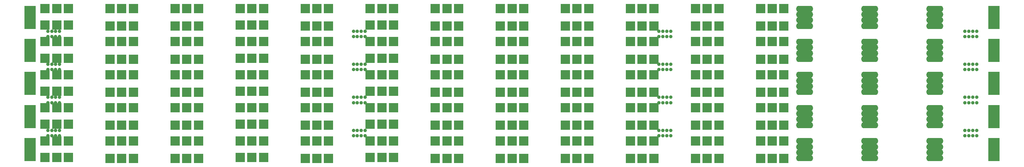
<source format=gbr>
G04 #@! TF.GenerationSoftware,KiCad,Pcbnew,(5.1.0-0)*
G04 #@! TF.CreationDate,2019-04-23T10:55:05-07:00*
G04 #@! TF.ProjectId,TestPanel2,54657374-5061-46e6-956c-322e6b696361,rev?*
G04 #@! TF.SameCoordinates,Original*
G04 #@! TF.FileFunction,Soldermask,Bot*
G04 #@! TF.FilePolarity,Negative*
%FSLAX46Y46*%
G04 Gerber Fmt 4.6, Leading zero omitted, Abs format (unit mm)*
G04 Created by KiCad (PCBNEW (5.1.0-0)) date 2019-04-23 10:55:05*
%MOMM*%
%LPD*%
G04 APERTURE LIST*
%ADD10C,0.900000*%
%ADD11R,2.400000X2.400000*%
%ADD12O,4.400000X1.600000*%
%ADD13R,2.900000X1.600000*%
G04 APERTURE END LIST*
D10*
X319450592Y-79565091D03*
X320450592Y-79565091D03*
X318450592Y-79565091D03*
X317450592Y-79565091D03*
X317450592Y-105065182D03*
X318450592Y-105065182D03*
X320450592Y-105065182D03*
X319450592Y-105065182D03*
X317450592Y-88065182D03*
X318450592Y-88065182D03*
X320450592Y-88065182D03*
X319450592Y-88065182D03*
X319450592Y-86665182D03*
X320450592Y-86665182D03*
X318450592Y-86665182D03*
X317450592Y-86665182D03*
X319450592Y-103665182D03*
X320450592Y-103665182D03*
X318450592Y-103665182D03*
X317450592Y-103665182D03*
X317450592Y-78165091D03*
X318450592Y-78165091D03*
X320450592Y-78165091D03*
X319450592Y-78165091D03*
X317450592Y-96565182D03*
X318450592Y-96565182D03*
X320450592Y-96565182D03*
X319450592Y-96565182D03*
X319450592Y-95165182D03*
X320450592Y-95165182D03*
X318450592Y-95165182D03*
X317450592Y-95165182D03*
X241050592Y-79565091D03*
X242050592Y-79565091D03*
X240050592Y-79565091D03*
X239050592Y-79565091D03*
X239050592Y-105065182D03*
X240050592Y-105065182D03*
X242050592Y-105065182D03*
X241050592Y-105065182D03*
X239050592Y-88065182D03*
X240050592Y-88065182D03*
X242050592Y-88065182D03*
X241050592Y-88065182D03*
X241050592Y-86665182D03*
X242050592Y-86665182D03*
X240050592Y-86665182D03*
X239050592Y-86665182D03*
X241050592Y-103665182D03*
X242050592Y-103665182D03*
X240050592Y-103665182D03*
X239050592Y-103665182D03*
X239050592Y-78165091D03*
X240050592Y-78165091D03*
X242050592Y-78165091D03*
X241050592Y-78165091D03*
X239050592Y-96565182D03*
X240050592Y-96565182D03*
X242050592Y-96565182D03*
X241050592Y-96565182D03*
X241050592Y-95165182D03*
X242050592Y-95165182D03*
X240050592Y-95165182D03*
X239050592Y-95165182D03*
X162750592Y-79565091D03*
X163750592Y-79565091D03*
X161750592Y-79565091D03*
X160750592Y-79565091D03*
X160750592Y-105065182D03*
X161750592Y-105065182D03*
X163750592Y-105065182D03*
X162750592Y-105065182D03*
X160750592Y-88065182D03*
X161750592Y-88065182D03*
X163750592Y-88065182D03*
X162750592Y-88065182D03*
X162750592Y-86665182D03*
X163750592Y-86665182D03*
X161750592Y-86665182D03*
X160750592Y-86665182D03*
X162750592Y-103665182D03*
X163750592Y-103665182D03*
X161750592Y-103665182D03*
X160750592Y-103665182D03*
X160750592Y-78165091D03*
X161750592Y-78165091D03*
X163750592Y-78165091D03*
X162750592Y-78165091D03*
X160750592Y-96565182D03*
X161750592Y-96565182D03*
X163750592Y-96565182D03*
X162750592Y-96565182D03*
X162750592Y-95165182D03*
X163750592Y-95165182D03*
X161750592Y-95165182D03*
X160750592Y-95165182D03*
X84450592Y-105065091D03*
X85450592Y-105065091D03*
X83450592Y-105065091D03*
X82450592Y-105065091D03*
X82450592Y-103665091D03*
X83450592Y-103665091D03*
X85450592Y-103665091D03*
X84450592Y-103665091D03*
X84450592Y-96565091D03*
X85450592Y-96565091D03*
X83450592Y-96565091D03*
X82450592Y-96565091D03*
X82450592Y-95165091D03*
X83450592Y-95165091D03*
X85450592Y-95165091D03*
X84450592Y-95165091D03*
X84450592Y-88065091D03*
X85450592Y-88065091D03*
X83450592Y-88065091D03*
X82450592Y-88065091D03*
X82450592Y-86665091D03*
X83450592Y-86665091D03*
X85450592Y-86665091D03*
X84450592Y-86665091D03*
X82450592Y-79565000D03*
X83450592Y-79565000D03*
X85450592Y-79565000D03*
X84450592Y-79565000D03*
X84450592Y-78165000D03*
X85450592Y-78165000D03*
X83450592Y-78165000D03*
X82450592Y-78165000D03*
D11*
X268057182Y-106365000D03*
X265057182Y-106365000D03*
X271057182Y-106365000D03*
X84723922Y-110615000D03*
X87723922Y-110615000D03*
X81723922Y-110615000D03*
X218057202Y-106365000D03*
X215057202Y-106365000D03*
X221057202Y-106365000D03*
X201390542Y-110865000D03*
X204390542Y-110865000D03*
X198390542Y-110865000D03*
X218057202Y-110865000D03*
X221057202Y-110865000D03*
X215057202Y-110865000D03*
X201390542Y-106365000D03*
X198390542Y-106365000D03*
X204390542Y-106365000D03*
X84723922Y-106365000D03*
X81723922Y-106365000D03*
X87723922Y-106365000D03*
X101390582Y-110865000D03*
X104390582Y-110865000D03*
X98390582Y-110865000D03*
X101390582Y-106365000D03*
X98390582Y-106365000D03*
X104390582Y-106365000D03*
X151390562Y-110865000D03*
X154390562Y-110865000D03*
X148390562Y-110865000D03*
X118057242Y-110865000D03*
X121057242Y-110865000D03*
X115057242Y-110865000D03*
X134723902Y-106365000D03*
X131723902Y-106365000D03*
X137723902Y-106365000D03*
X134723902Y-110615000D03*
X137723902Y-110615000D03*
X131723902Y-110615000D03*
X118057242Y-106365000D03*
X115057242Y-106365000D03*
X121057242Y-106365000D03*
X151390562Y-106365000D03*
X148390562Y-106365000D03*
X154390562Y-106365000D03*
X184723882Y-110865000D03*
X187723882Y-110865000D03*
X181723882Y-110865000D03*
X234723862Y-110865000D03*
X237723862Y-110865000D03*
X231723862Y-110865000D03*
X234723862Y-106365000D03*
X231723862Y-106365000D03*
X237723862Y-106365000D03*
X184723882Y-106365000D03*
X181723882Y-106365000D03*
X187723882Y-106365000D03*
X168057222Y-110615000D03*
X171057222Y-110615000D03*
X165057222Y-110615000D03*
X251390522Y-106365000D03*
X248390522Y-106365000D03*
X254390522Y-106365000D03*
X251390522Y-110865000D03*
X254390522Y-110865000D03*
X248390522Y-110865000D03*
X168057222Y-106365000D03*
X165057222Y-106365000D03*
X171057222Y-106365000D03*
X268057182Y-110865000D03*
X271057182Y-110865000D03*
X265057182Y-110865000D03*
D12*
X309724396Y-106415000D03*
X309724396Y-107881666D03*
X309724396Y-109348332D03*
X309724396Y-110815000D03*
X293057696Y-106415000D03*
X293057696Y-107881666D03*
X293057696Y-109348332D03*
X293057696Y-110815000D03*
D13*
X324891096Y-106415000D03*
X324891096Y-107881666D03*
X324891096Y-109348332D03*
X324891096Y-110815000D03*
X77890596Y-106415000D03*
X77890596Y-107881666D03*
X77890596Y-109348332D03*
X77890596Y-110815000D03*
D12*
X276390996Y-106415000D03*
X276390996Y-107881666D03*
X276390996Y-109348332D03*
X276390996Y-110815000D03*
D11*
X268057182Y-72365000D03*
X265057182Y-72365000D03*
X271057182Y-72365000D03*
X84723922Y-76615000D03*
X87723922Y-76615000D03*
X81723922Y-76615000D03*
X218057202Y-72365000D03*
X215057202Y-72365000D03*
X221057202Y-72365000D03*
X201390542Y-76865000D03*
X204390542Y-76865000D03*
X198390542Y-76865000D03*
X218057202Y-76865000D03*
X221057202Y-76865000D03*
X215057202Y-76865000D03*
X201390542Y-72365000D03*
X198390542Y-72365000D03*
X204390542Y-72365000D03*
X84723922Y-72365000D03*
X81723922Y-72365000D03*
X87723922Y-72365000D03*
X101390582Y-76865000D03*
X104390582Y-76865000D03*
X98390582Y-76865000D03*
X101390582Y-72365000D03*
X98390582Y-72365000D03*
X104390582Y-72365000D03*
X151390562Y-76865000D03*
X154390562Y-76865000D03*
X148390562Y-76865000D03*
X118057242Y-76865000D03*
X121057242Y-76865000D03*
X115057242Y-76865000D03*
X134723902Y-72365000D03*
X131723902Y-72365000D03*
X137723902Y-72365000D03*
X134723902Y-76615000D03*
X137723902Y-76615000D03*
X131723902Y-76615000D03*
X118057242Y-72365000D03*
X115057242Y-72365000D03*
X121057242Y-72365000D03*
X151390562Y-72365000D03*
X148390562Y-72365000D03*
X154390562Y-72365000D03*
X184723882Y-76865000D03*
X187723882Y-76865000D03*
X181723882Y-76865000D03*
X234723862Y-76865000D03*
X237723862Y-76865000D03*
X231723862Y-76865000D03*
X234723862Y-72365000D03*
X231723862Y-72365000D03*
X237723862Y-72365000D03*
X184723882Y-72365000D03*
X181723882Y-72365000D03*
X187723882Y-72365000D03*
X168057222Y-76615000D03*
X171057222Y-76615000D03*
X165057222Y-76615000D03*
X251390522Y-72365000D03*
X248390522Y-72365000D03*
X254390522Y-72365000D03*
X251390522Y-76865000D03*
X254390522Y-76865000D03*
X248390522Y-76865000D03*
X168057222Y-72365000D03*
X165057222Y-72365000D03*
X171057222Y-72365000D03*
X268057182Y-76865000D03*
X271057182Y-76865000D03*
X265057182Y-76865000D03*
D12*
X309724396Y-72415000D03*
X309724396Y-73881666D03*
X309724396Y-75348332D03*
X309724396Y-76815000D03*
X293057696Y-72415000D03*
X293057696Y-73881666D03*
X293057696Y-75348332D03*
X293057696Y-76815000D03*
D13*
X324891096Y-72415000D03*
X324891096Y-73881666D03*
X324891096Y-75348332D03*
X324891096Y-76815000D03*
X77890596Y-72415000D03*
X77890596Y-73881666D03*
X77890596Y-75348332D03*
X77890596Y-76815000D03*
D12*
X276390996Y-72415000D03*
X276390996Y-73881666D03*
X276390996Y-75348332D03*
X276390996Y-76815000D03*
D11*
X268057182Y-97865000D03*
X265057182Y-97865000D03*
X271057182Y-97865000D03*
X84723922Y-102115000D03*
X87723922Y-102115000D03*
X81723922Y-102115000D03*
X218057202Y-97865000D03*
X215057202Y-97865000D03*
X221057202Y-97865000D03*
X201390542Y-102365000D03*
X204390542Y-102365000D03*
X198390542Y-102365000D03*
X218057202Y-102365000D03*
X221057202Y-102365000D03*
X215057202Y-102365000D03*
X201390542Y-97865000D03*
X198390542Y-97865000D03*
X204390542Y-97865000D03*
X84723922Y-97865000D03*
X81723922Y-97865000D03*
X87723922Y-97865000D03*
X101390582Y-102365000D03*
X104390582Y-102365000D03*
X98390582Y-102365000D03*
X101390582Y-97865000D03*
X98390582Y-97865000D03*
X104390582Y-97865000D03*
X151390562Y-102365000D03*
X154390562Y-102365000D03*
X148390562Y-102365000D03*
X118057242Y-102365000D03*
X121057242Y-102365000D03*
X115057242Y-102365000D03*
X134723902Y-97865000D03*
X131723902Y-97865000D03*
X137723902Y-97865000D03*
X134723902Y-102115000D03*
X137723902Y-102115000D03*
X131723902Y-102115000D03*
X118057242Y-97865000D03*
X115057242Y-97865000D03*
X121057242Y-97865000D03*
X151390562Y-97865000D03*
X148390562Y-97865000D03*
X154390562Y-97865000D03*
X184723882Y-102365000D03*
X187723882Y-102365000D03*
X181723882Y-102365000D03*
X234723862Y-102365000D03*
X237723862Y-102365000D03*
X231723862Y-102365000D03*
X234723862Y-97865000D03*
X231723862Y-97865000D03*
X237723862Y-97865000D03*
X184723882Y-97865000D03*
X181723882Y-97865000D03*
X187723882Y-97865000D03*
X168057222Y-102115000D03*
X171057222Y-102115000D03*
X165057222Y-102115000D03*
X251390522Y-97865000D03*
X248390522Y-97865000D03*
X254390522Y-97865000D03*
X251390522Y-102365000D03*
X254390522Y-102365000D03*
X248390522Y-102365000D03*
X168057222Y-97865000D03*
X165057222Y-97865000D03*
X171057222Y-97865000D03*
X268057182Y-102365000D03*
X271057182Y-102365000D03*
X265057182Y-102365000D03*
D12*
X309724396Y-97915000D03*
X309724396Y-99381666D03*
X309724396Y-100848332D03*
X309724396Y-102315000D03*
X293057696Y-97915000D03*
X293057696Y-99381666D03*
X293057696Y-100848332D03*
X293057696Y-102315000D03*
D13*
X324891096Y-97915000D03*
X324891096Y-99381666D03*
X324891096Y-100848332D03*
X324891096Y-102315000D03*
X77890596Y-97915000D03*
X77890596Y-99381666D03*
X77890596Y-100848332D03*
X77890596Y-102315000D03*
D12*
X276390996Y-97915000D03*
X276390996Y-99381666D03*
X276390996Y-100848332D03*
X276390996Y-102315000D03*
D11*
X268057182Y-89365000D03*
X265057182Y-89365000D03*
X271057182Y-89365000D03*
X84723922Y-93615000D03*
X87723922Y-93615000D03*
X81723922Y-93615000D03*
X218057202Y-89365000D03*
X215057202Y-89365000D03*
X221057202Y-89365000D03*
X201390542Y-93865000D03*
X204390542Y-93865000D03*
X198390542Y-93865000D03*
X218057202Y-93865000D03*
X221057202Y-93865000D03*
X215057202Y-93865000D03*
X201390542Y-89365000D03*
X198390542Y-89365000D03*
X204390542Y-89365000D03*
X84723922Y-89365000D03*
X81723922Y-89365000D03*
X87723922Y-89365000D03*
X101390582Y-93865000D03*
X104390582Y-93865000D03*
X98390582Y-93865000D03*
X101390582Y-89365000D03*
X98390582Y-89365000D03*
X104390582Y-89365000D03*
X151390562Y-93865000D03*
X154390562Y-93865000D03*
X148390562Y-93865000D03*
X118057242Y-93865000D03*
X121057242Y-93865000D03*
X115057242Y-93865000D03*
X134723902Y-89365000D03*
X131723902Y-89365000D03*
X137723902Y-89365000D03*
X134723902Y-93615000D03*
X137723902Y-93615000D03*
X131723902Y-93615000D03*
X118057242Y-89365000D03*
X115057242Y-89365000D03*
X121057242Y-89365000D03*
X151390562Y-89365000D03*
X148390562Y-89365000D03*
X154390562Y-89365000D03*
X184723882Y-93865000D03*
X187723882Y-93865000D03*
X181723882Y-93865000D03*
X234723862Y-93865000D03*
X237723862Y-93865000D03*
X231723862Y-93865000D03*
X234723862Y-89365000D03*
X231723862Y-89365000D03*
X237723862Y-89365000D03*
X184723882Y-89365000D03*
X181723882Y-89365000D03*
X187723882Y-89365000D03*
X168057222Y-93615000D03*
X171057222Y-93615000D03*
X165057222Y-93615000D03*
X251390522Y-89365000D03*
X248390522Y-89365000D03*
X254390522Y-89365000D03*
X251390522Y-93865000D03*
X254390522Y-93865000D03*
X248390522Y-93865000D03*
X168057222Y-89365000D03*
X165057222Y-89365000D03*
X171057222Y-89365000D03*
X268057182Y-93865000D03*
X271057182Y-93865000D03*
X265057182Y-93865000D03*
D12*
X309724396Y-89415000D03*
X309724396Y-90881666D03*
X309724396Y-92348332D03*
X309724396Y-93815000D03*
X293057696Y-89415000D03*
X293057696Y-90881666D03*
X293057696Y-92348332D03*
X293057696Y-93815000D03*
D13*
X324891096Y-89415000D03*
X324891096Y-90881666D03*
X324891096Y-92348332D03*
X324891096Y-93815000D03*
X77890596Y-89415000D03*
X77890596Y-90881666D03*
X77890596Y-92348332D03*
X77890596Y-93815000D03*
D12*
X276390996Y-89415000D03*
X276390996Y-90881666D03*
X276390996Y-92348332D03*
X276390996Y-93815000D03*
D11*
X268057182Y-80865000D03*
X265057182Y-80865000D03*
X271057182Y-80865000D03*
X84723922Y-85115000D03*
X87723922Y-85115000D03*
X81723922Y-85115000D03*
X218057202Y-80865000D03*
X215057202Y-80865000D03*
X221057202Y-80865000D03*
X201390542Y-85365000D03*
X204390542Y-85365000D03*
X198390542Y-85365000D03*
X218057202Y-85365000D03*
X221057202Y-85365000D03*
X215057202Y-85365000D03*
X201390542Y-80865000D03*
X198390542Y-80865000D03*
X204390542Y-80865000D03*
X84723922Y-80865000D03*
X81723922Y-80865000D03*
X87723922Y-80865000D03*
X101390582Y-85365000D03*
X104390582Y-85365000D03*
X98390582Y-85365000D03*
X101390582Y-80865000D03*
X98390582Y-80865000D03*
X104390582Y-80865000D03*
X151390562Y-85365000D03*
X154390562Y-85365000D03*
X148390562Y-85365000D03*
X118057242Y-85365000D03*
X121057242Y-85365000D03*
X115057242Y-85365000D03*
X134723902Y-80865000D03*
X131723902Y-80865000D03*
X137723902Y-80865000D03*
X134723902Y-85115000D03*
X137723902Y-85115000D03*
X131723902Y-85115000D03*
X118057242Y-80865000D03*
X115057242Y-80865000D03*
X121057242Y-80865000D03*
X151390562Y-80865000D03*
X148390562Y-80865000D03*
X154390562Y-80865000D03*
X184723882Y-85365000D03*
X187723882Y-85365000D03*
X181723882Y-85365000D03*
X234723862Y-85365000D03*
X237723862Y-85365000D03*
X231723862Y-85365000D03*
X234723862Y-80865000D03*
X231723862Y-80865000D03*
X237723862Y-80865000D03*
X184723882Y-80865000D03*
X181723882Y-80865000D03*
X187723882Y-80865000D03*
X168057222Y-85115000D03*
X171057222Y-85115000D03*
X165057222Y-85115000D03*
X251390522Y-80865000D03*
X248390522Y-80865000D03*
X254390522Y-80865000D03*
X251390522Y-85365000D03*
X254390522Y-85365000D03*
X248390522Y-85365000D03*
X168057222Y-80865000D03*
X165057222Y-80865000D03*
X171057222Y-80865000D03*
X268057182Y-85365000D03*
X271057182Y-85365000D03*
X265057182Y-85365000D03*
D12*
X309724396Y-80915000D03*
X309724396Y-82381666D03*
X309724396Y-83848332D03*
X309724396Y-85315000D03*
X293057696Y-80915000D03*
X293057696Y-82381666D03*
X293057696Y-83848332D03*
X293057696Y-85315000D03*
D13*
X324891096Y-80915000D03*
X324891096Y-82381666D03*
X324891096Y-83848332D03*
X324891096Y-85315000D03*
X77890596Y-80915000D03*
X77890596Y-82381666D03*
X77890596Y-83848332D03*
X77890596Y-85315000D03*
D12*
X276390996Y-80915000D03*
X276390996Y-82381666D03*
X276390996Y-83848332D03*
X276390996Y-85315000D03*
M02*

</source>
